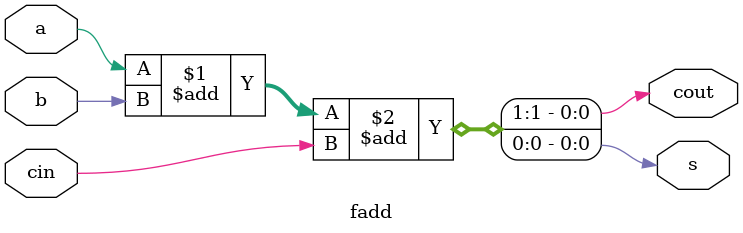
<source format=v>
module fadd(a,b,cin,cout,s);  //Implement a full adder.

	input a, b, cin;   	// Inputs to be added together with a carry in
	output cout, s;   	// Output, carry (cout) and sum (s)

	assign {cout,s} = a+b+cin;   // add a and b and put result in c and s.
	
endmodule
</source>
